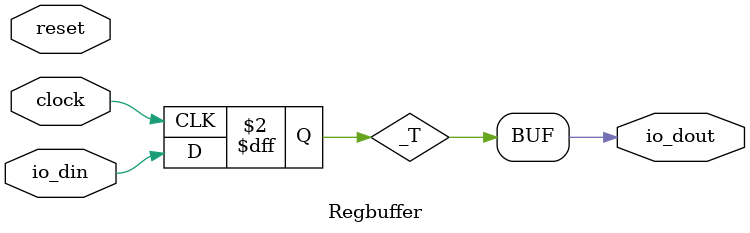
<source format=v>
module Regbuffer(
  input   clock,
  input   reset,
  input   io_din,
  output  io_dout
);
`ifdef RANDOMIZE_REG_INIT
  reg [31:0] _RAND_0;
`endif // RANDOMIZE_REG_INIT
  reg  _T; // @[Regbuffer.scala 11:21]
  assign io_dout = _T; // @[Regbuffer.scala 11:11]
`ifdef RANDOMIZE_GARBAGE_ASSIGN
`define RANDOMIZE
`endif
`ifdef RANDOMIZE_INVALID_ASSIGN
`define RANDOMIZE
`endif
`ifdef RANDOMIZE_REG_INIT
`define RANDOMIZE
`endif
`ifdef RANDOMIZE_MEM_INIT
`define RANDOMIZE
`endif
`ifndef RANDOM
`define RANDOM $random
`endif
`ifdef RANDOMIZE_MEM_INIT
  integer initvar;
`endif
`ifndef SYNTHESIS
`ifdef FIRRTL_BEFORE_INITIAL
`FIRRTL_BEFORE_INITIAL
`endif
initial begin
  `ifdef RANDOMIZE
    `ifdef INIT_RANDOM
      `INIT_RANDOM
    `endif
    `ifndef VERILATOR
      `ifdef RANDOMIZE_DELAY
        #`RANDOMIZE_DELAY begin end
      `else
        #0.002 begin end
      `endif
    `endif
`ifdef RANDOMIZE_REG_INIT
  _RAND_0 = {1{`RANDOM}};
  _T = _RAND_0[0:0];
`endif // RANDOMIZE_REG_INIT
  `endif // RANDOMIZE
end // initial
`ifdef FIRRTL_AFTER_INITIAL
`FIRRTL_AFTER_INITIAL
`endif
`endif // SYNTHESIS
  always @(posedge clock) begin
    _T <= io_din;
  end
endmodule

</source>
